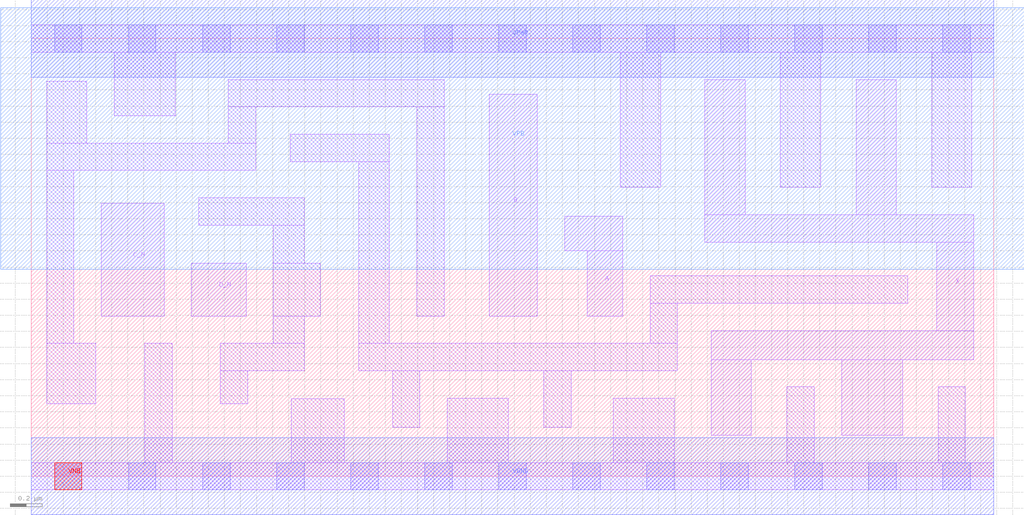
<source format=lef>
# Copyright 2020 The SkyWater PDK Authors
#
# Licensed under the Apache License, Version 2.0 (the "License");
# you may not use this file except in compliance with the License.
# You may obtain a copy of the License at
#
#     https://www.apache.org/licenses/LICENSE-2.0
#
# Unless required by applicable law or agreed to in writing, software
# distributed under the License is distributed on an "AS IS" BASIS,
# WITHOUT WARRANTIES OR CONDITIONS OF ANY KIND, either express or implied.
# See the License for the specific language governing permissions and
# limitations under the License.
#
# SPDX-License-Identifier: Apache-2.0

VERSION 5.7 ;
  NOWIREEXTENSIONATPIN ON ;
  DIVIDERCHAR "/" ;
  BUSBITCHARS "[]" ;
PROPERTYDEFINITIONS
  MACRO maskLayoutSubType STRING ;
  MACRO prCellType STRING ;
  MACRO originalViewName STRING ;
END PROPERTYDEFINITIONS
MACRO sky130_fd_sc_hdll__or4bb_4
  CLASS CORE ;
  FOREIGN sky130_fd_sc_hdll__or4bb_4 ;
  ORIGIN  0.000000  0.000000 ;
  SIZE  5.980000 BY  2.720000 ;
  SYMMETRY X Y R90 ;
  SITE unithd ;
  PIN A
    ANTENNAGATEAREA  0.277500 ;
    DIRECTION INPUT ;
    USE SIGNAL ;
    PORT
      LAYER li1 ;
        RECT 3.315000 1.400000 3.675000 1.615000 ;
        RECT 3.455000 0.995000 3.675000 1.400000 ;
    END
  END A
  PIN B
    ANTENNAGATEAREA  0.277500 ;
    DIRECTION INPUT ;
    USE SIGNAL ;
    PORT
      LAYER li1 ;
        RECT 2.845000 0.995000 3.145000 2.375000 ;
    END
  END B
  PIN C_N
    ANTENNAGATEAREA  0.138600 ;
    DIRECTION INPUT ;
    USE SIGNAL ;
    PORT
      LAYER li1 ;
        RECT 0.435000 0.995000 0.825000 1.695000 ;
    END
  END C_N
  PIN D_N
    ANTENNAGATEAREA  0.138600 ;
    DIRECTION INPUT ;
    USE SIGNAL ;
    PORT
      LAYER li1 ;
        RECT 0.995000 0.995000 1.335000 1.325000 ;
    END
  END D_N
  PIN X
    ANTENNADIFFAREA  1.028500 ;
    DIRECTION OUTPUT ;
    USE SIGNAL ;
    PORT
      LAYER li1 ;
        RECT 4.185000 1.455000 5.855000 1.625000 ;
        RECT 4.185000 1.625000 4.435000 2.465000 ;
        RECT 4.225000 0.255000 4.475000 0.725000 ;
        RECT 4.225000 0.725000 5.855000 0.905000 ;
        RECT 5.035000 0.255000 5.415000 0.725000 ;
        RECT 5.125000 1.625000 5.375000 2.465000 ;
        RECT 5.625000 0.905000 5.855000 1.455000 ;
    END
  END X
  PIN VGND
    DIRECTION INOUT ;
    USE GROUND ;
    PORT
      LAYER met1 ;
        RECT 0.000000 -0.240000 5.980000 0.240000 ;
    END
  END VGND
  PIN VNB
    DIRECTION INOUT ;
    USE GROUND ;
    PORT
      LAYER pwell ;
        RECT 0.145000 -0.085000 0.315000 0.085000 ;
    END
  END VNB
  PIN VPB
    DIRECTION INOUT ;
    USE POWER ;
    PORT
      LAYER nwell ;
        RECT -0.190000 1.285000 6.170000 2.910000 ;
    END
  END VPB
  PIN VPWR
    DIRECTION INOUT ;
    USE POWER ;
    PORT
      LAYER met1 ;
        RECT 0.000000 2.480000 5.980000 2.960000 ;
    END
  END VPWR
  OBS
    LAYER li1 ;
      RECT 0.000000 -0.085000 5.980000 0.085000 ;
      RECT 0.000000  2.635000 5.980000 2.805000 ;
      RECT 0.095000  0.450000 0.400000 0.825000 ;
      RECT 0.095000  0.825000 0.265000 1.900000 ;
      RECT 0.095000  1.900000 1.395000 2.070000 ;
      RECT 0.095000  2.070000 0.345000 2.455000 ;
      RECT 0.515000  2.240000 0.895000 2.635000 ;
      RECT 0.705000  0.085000 0.875000 0.825000 ;
      RECT 1.040000  1.560000 1.695000 1.730000 ;
      RECT 1.175000  0.450000 1.345000 0.655000 ;
      RECT 1.175000  0.655000 1.695000 0.825000 ;
      RECT 1.225000  2.070000 1.395000 2.295000 ;
      RECT 1.225000  2.295000 2.565000 2.465000 ;
      RECT 1.505000  0.825000 1.695000 0.995000 ;
      RECT 1.505000  0.995000 1.795000 1.325000 ;
      RECT 1.505000  1.325000 1.695000 1.560000 ;
      RECT 1.610000  1.955000 2.225000 2.125000 ;
      RECT 1.615000  0.085000 1.945000 0.480000 ;
      RECT 2.035000  0.655000 4.015000 0.825000 ;
      RECT 2.035000  0.825000 2.225000 1.955000 ;
      RECT 2.245000  0.305000 2.415000 0.655000 ;
      RECT 2.395000  0.995000 2.565000 2.295000 ;
      RECT 2.585000  0.085000 2.965000 0.485000 ;
      RECT 3.185000  0.305000 3.355000 0.655000 ;
      RECT 3.615000  0.085000 3.995000 0.485000 ;
      RECT 3.660000  1.795000 3.910000 2.635000 ;
      RECT 3.845000  0.825000 4.015000 1.075000 ;
      RECT 3.845000  1.075000 5.445000 1.245000 ;
      RECT 4.655000  1.795000 4.905000 2.635000 ;
      RECT 4.695000  0.085000 4.865000 0.555000 ;
      RECT 5.595000  1.795000 5.845000 2.635000 ;
      RECT 5.635000  0.085000 5.805000 0.555000 ;
    LAYER mcon ;
      RECT 0.145000 -0.085000 0.315000 0.085000 ;
      RECT 0.145000  2.635000 0.315000 2.805000 ;
      RECT 0.605000 -0.085000 0.775000 0.085000 ;
      RECT 0.605000  2.635000 0.775000 2.805000 ;
      RECT 1.065000 -0.085000 1.235000 0.085000 ;
      RECT 1.065000  2.635000 1.235000 2.805000 ;
      RECT 1.525000 -0.085000 1.695000 0.085000 ;
      RECT 1.525000  2.635000 1.695000 2.805000 ;
      RECT 1.985000 -0.085000 2.155000 0.085000 ;
      RECT 1.985000  2.635000 2.155000 2.805000 ;
      RECT 2.445000 -0.085000 2.615000 0.085000 ;
      RECT 2.445000  2.635000 2.615000 2.805000 ;
      RECT 2.905000 -0.085000 3.075000 0.085000 ;
      RECT 2.905000  2.635000 3.075000 2.805000 ;
      RECT 3.365000 -0.085000 3.535000 0.085000 ;
      RECT 3.365000  2.635000 3.535000 2.805000 ;
      RECT 3.825000 -0.085000 3.995000 0.085000 ;
      RECT 3.825000  2.635000 3.995000 2.805000 ;
      RECT 4.285000 -0.085000 4.455000 0.085000 ;
      RECT 4.285000  2.635000 4.455000 2.805000 ;
      RECT 4.745000 -0.085000 4.915000 0.085000 ;
      RECT 4.745000  2.635000 4.915000 2.805000 ;
      RECT 5.205000 -0.085000 5.375000 0.085000 ;
      RECT 5.205000  2.635000 5.375000 2.805000 ;
      RECT 5.665000 -0.085000 5.835000 0.085000 ;
      RECT 5.665000  2.635000 5.835000 2.805000 ;
  END
  PROPERTY maskLayoutSubType "abstract" ;
  PROPERTY prCellType "standard" ;
  PROPERTY originalViewName "layout" ;
END sky130_fd_sc_hdll__or4bb_4
END LIBRARY

</source>
